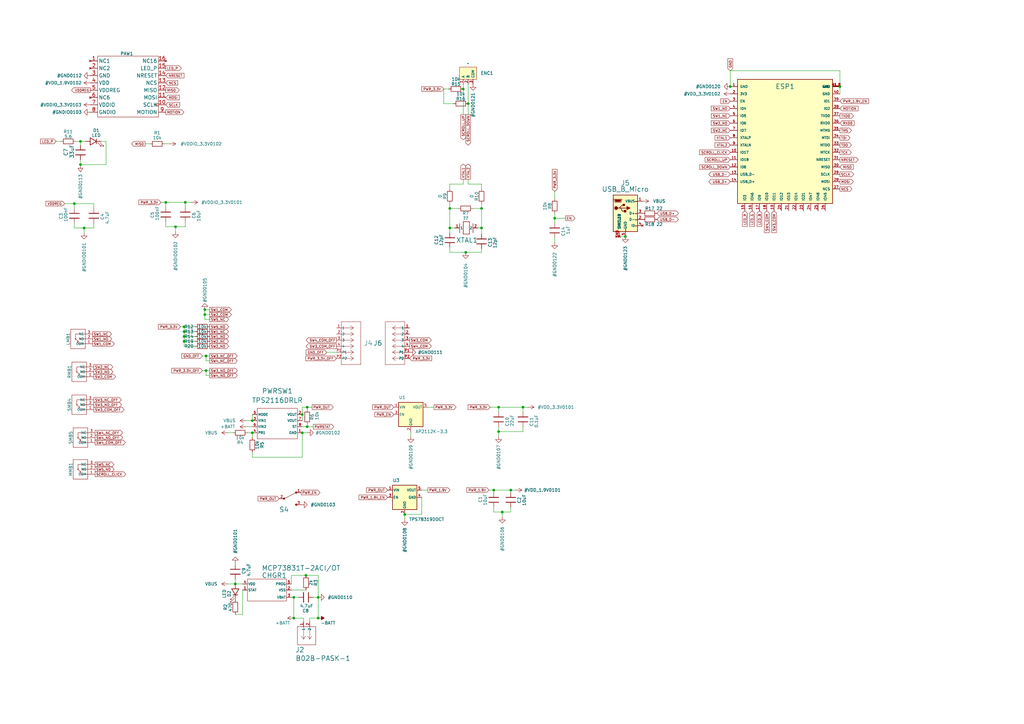
<source format=kicad_sch>
(kicad_sch (version 20230121) (generator eeschema)
  (paper "A3")
  (lib_symbols
    (symbol "+1.9V_1" (power) (pin_names (offset 0))
      (property "Reference" "#VDD_3.3V" (at 0 7.62 90))
      (symbol "+1.9V_1_1_1"
        (pin power_in line (at 0 0 90) (length 0) hide (name "+3.3V") (number "1"))
      )
    )
    (symbol "+1.9V_2" (power) (pin_names (offset 0))
      (property "Reference" "#VDD_3.3V" (at 0 7.62 90))
      (symbol "+1.9V_2_1_1"
        (pin power_in line (at 0 0 90) (length 0) hide (name "+3.3V") (number "1"))
      )
    )
    (symbol "AP2112K-3.3_1" (pin_names (offset 0.254))
      (property "Reference" "U3" (at 1.5 2 0))
      (property "Value" "TPS78319DDCT" (at 16.5 -12 0))
      (symbol "AP2112K-3.3_1_1_1"
        (pin power_in line (at -2 -2 0) (length 2) (name "VIN") (number "1"))
        (pin power_in line (at 5 -12 90) (length 2) (name "GND") (number "2"))
        (pin input line (at -2 -5 0) (length 2) (name "EN") (number "3"))
        (pin power_in line (at 12 -5 180) (length 2) (name "GND") (number "4"))
        (pin power_out line (at 12 -2 180) (length 2) (name "VOUT") (number "5"))
      )
    )
    (symbol "Connector:USB_B_Micro" (pin_names (offset 1.016))
      (property "Reference" "J5" (at 0 12.45 0))
      (property "Value" "USB_B_Micro" (at 0 9.91 0))
      (symbol "USB_B_Micro_1_0"
        (pin passive line (at -2.5 -9.5 90) (length 2) (name "SHIELD1") (number "SH1"))
        (pin passive line (at -2.5 -9.5 90) (length 2) (name "SHIELD2") (number "SH2"))
        (pin no_connect line (at -2.5 -9.5 90) (length 2) (name "SHIELD3") (number "SH3"))
        (pin passive line (at -2.5 -9.5 90) (length 2) (name "SHIELD4") (number "SH4"))
        (pin passive line (at -2.5 -9.5 90) (length 2) (name "SHIELD5") (number "SH5"))
        (pin no_connect line (at -2.5 -9.5 90) (length 2) (name "SHIELD6") (number "SH6"))
      )
      (symbol "USB_B_Micro_1_1"
        (pin power_out line (at 7 5 180) (length 2) (name "VBUS") (number "1"))
        (pin bidirectional line (at 7 -2.5 180) (length 2) (name "D-") (number "2"))
        (pin bidirectional line (at 7 0 180) (length 2) (name "D+") (number "3"))
        (pin no_connect line (at 7 -5 180) (length 2) (name "ID") (number "4"))
        (pin power_out line (at 0 -9.5 90) (length 2) (name "GND") (number "5"))
      )
    )
    (symbol "ESP32-S3-WROOM-1U:ESP32-S3-WROOM-1U" (pin_names (offset 1))
      (property "Reference" "U" (at -19 31 0))
      (symbol "ESP32-S3-WROOM-1U_1_0"
        (pin power_in line (at -22.5 27.5 0) (length 3) (name "GND") (number "1"))
        (pin bidirectional line (at -22.5 0.5 0) (length 3) (name "IO17") (number "10"))
        (pin bidirectional line (at -22.5 -2.5 0) (length 3) (name "IO18") (number "11"))
        (pin bidirectional line (at -22.5 -5.5 0) (length 3) (name "IO8") (number "12"))
        (pin bidirectional line (at -22.5 -8.5 0) (length 3) (name "USB_D-") (number "13"))
        (pin bidirectional line (at -22.5 -11.5 0) (length 3) (name "USB_D+") (number "14"))
        (pin bidirectional line (at -16.5 -23.5 90) (length 3) (name "IO3") (number "15"))
        (pin bidirectional line (at -13.5 -23.5 90) (length 3) (name "IO46") (number "16"))
        (pin bidirectional line (at -10.5 -23.5 90) (length 3) (name "IO9") (number "17"))
        (pin bidirectional line (at -7.5 -23.5 90) (length 3) (name "IO10") (number "18"))
        (pin bidirectional line (at -4.5 -23.5 90) (length 3) (name "IO11") (number "19"))
        (pin power_in line (at -22.5 24.5 0) (length 3) (name "3V3") (number "2"))
        (pin bidirectional line (at -1.5 -23.5 90) (length 3) (name "IO12") (number "20"))
        (pin bidirectional line (at 1.5 -23.5 90) (length 3) (name "IO13") (number "21"))
        (pin bidirectional line (at 4.5 -23.5 90) (length 3) (name "IO14") (number "22"))
        (pin bidirectional line (at 7.5 -23.5 90) (length 3) (name "IO21") (number "23"))
        (pin bidirectional line (at 10.5 -23.5 90) (length 3) (name "IO47") (number "24"))
        (pin bidirectional line (at 13.5 -23.5 90) (length 3) (name "IO48") (number "25"))
        (pin bidirectional line (at 16.5 -23.5 90) (length 3) (name "IO45") (number "26"))
        (pin bidirectional line (at 22.5 -14.5 180) (length 3) (name "NCS") (number "27"))
        (pin bidirectional line (at 22.5 -11.5 180) (length 3) (name "MOSI") (number "28"))
        (pin bidirectional line (at 22.5 -8.5 180) (length 3) (name "SCLK") (number "29"))
        (pin input line (at -22.5 21.5 0) (length 3) (name "EN") (number "3"))
        (pin bidirectional line (at 22.5 -5.5 180) (length 3) (name "MISO") (number "30"))
        (pin bidirectional line (at 22.5 -2.5 180) (length 3) (name "NRESET") (number "31"))
        (pin bidirectional line (at 22.5 0.5 180) (length 3) (name "MTCK") (number "32"))
        (pin bidirectional line (at 22.5 3.5 180) (length 3) (name "MTDO") (number "33"))
        (pin bidirectional line (at 22.5 6.5 180) (length 3) (name "MTDI") (number "34"))
        (pin bidirectional line (at 22.5 9.5 180) (length 3) (name "MTMS") (number "35"))
        (pin bidirectional line (at 22.5 12.5 180) (length 3) (name "RXD0") (number "36"))
        (pin bidirectional line (at 22.5 15.5 180) (length 3) (name "TXD0") (number "37"))
        (pin bidirectional line (at 22.5 18.5 180) (length 3) (name "IO2") (number "38"))
        (pin bidirectional line (at 22.5 21.5 180) (length 3) (name "IO1") (number "39"))
        (pin bidirectional line (at -22.5 18.5 0) (length 3) (name "IO4") (number "4"))
        (pin power_in line (at 22.5 24.5 180) (length 3) (name "GND") (number "40"))
        (pin power_in line (at 22.5 27.5 180) (length 3) (name "GND") (number "41_1"))
        (pin power_in line (at 22.5 27.5 180) (length 3) (name "GND") (number "41_2"))
        (pin power_in line (at 22.5 27.5 180) (length 3) (name "GND") (number "41_3"))
        (pin power_in line (at 22.5 27.5 180) (length 3) (name "GND") (number "41_4"))
        (pin power_in line (at 22.5 27.5 180) (length 3) (name "GND") (number "41_5"))
        (pin power_in line (at 22.5 27.5 180) (length 3) (name "GND") (number "41_6"))
        (pin power_in line (at 22.5 27.5 180) (length 3) (name "GND") (number "41_7"))
        (pin power_in line (at 22.5 27.5 180) (length 3) (name "GND") (number "41_8"))
        (pin power_in line (at 22.5 27.5 180) (length 3) (name "GND") (number "41_9"))
        (pin bidirectional line (at -22.5 15.5 0) (length 3) (name "IO5") (number "5"))
        (pin bidirectional line (at -22.5 12.5 0) (length 3) (name "IO6") (number "6"))
        (pin bidirectional line (at -22.5 9.5 0) (length 3) (name "IO7") (number "7"))
        (pin bidirectional line (at -22.5 6.5 0) (length 3) (name "XTALP") (number "8"))
        (pin bidirectional line (at -22.5 3.5 0) (length 3) (name "XTALN") (number "9"))
      )
    )
    (symbol "GND:GND" (power) (pin_names (offset 0))
      (property "Reference" "GND" (at 0 -5.5 90))
      (symbol "GND_1_1"
        (pin power_in line (at 0 0 270) (length 0) hide (name "GND") (number "1"))
      )
    )
    (symbol "LED_small:LED" (pin_numbers hide) (pin_names (offset 1.016) hide)
      (property "Reference" "D1" (at 0 4.5 0))
      (property "Value" "LED" (at 0 2.5 0))
      (symbol "LED_1_1"
        (pin passive line (at -2 0 0) (length 2) (name "K") (number "1"))
        (pin passive line (at 4.5 0 180) (length 2) (name "A") (number "2"))
      )
    )
    (symbol "MCP73831T_2ACI_OT:MCP73831T-2ACI_OT" (pin_names (offset 0.254))
      (property "Reference" "CHGR1" (at 11 1.5 0))
      (property "Value" "MCP73831T-2ACI/OT" (at 0.5 -12 0))
      (symbol "MCP73831T-2ACI_OT_1_1"
        (pin unspecified line (at -2 -4.5 0) (length 2) (name "STAT") (number "1"))
        (pin unspecified line (at 18 -4.5 180) (length 2) (name "VSS") (number "2"))
        (pin unspecified line (at 18 -7.5 180) (length 2) (name "VBAT") (number "3"))
        (pin unspecified line (at -2 -2 0) (length 2) (name "VDD") (number "4"))
        (pin unspecified line (at 18 -2 180) (length 2) (name "PROG") (number "5"))
      )
    )
    (symbol "RT3215_32_768_12_5_TR:RT3215-32.768-12.5-TR" (pin_names (offset 0.254))
      (property "Reference" "XTAL" (at 5 -5 0))
      (symbol "RT3215-32.768-12.5-TR_1_1"
        (pin unspecified line (at 0 0 0) (length 2) (name "1") (number "1"))
        (pin unspecified line (at 9.5 0 180) (length 2) (name "2") (number "2"))
      )
      (symbol "RT3215-32.768-12.5-TR_1_2"
        (pin unspecified line (at -0.5 0 90) (length 2.54) (name "1") (number "1"))
        (pin unspecified line (at -0.5 10.16 270) (length 2.54) (name "2") (number "2"))
      )
    )
    (symbol "TPS2116DRLR:TPS2116DRLR" (pin_names (offset 0.254))
      (property "Reference" "PWRSW1" (at 8.25 6.87 0))
      (property "Value" "TPS2116DRLR" (at 8.25 3.06 0))
      (symbol "TPS2116DRLR_1_1"
        (pin power_in line (at 18.5 -10 180) (length 2) (name "GND") (number "1"))
        (pin unspecified line (at 18.5 -2.5 180) (length 2) (name "VOUT") (number "2"))
        (pin power_in line (at -2 -5 0) (length 2) (name "VIN1") (number "3"))
        (pin input line (at -2 -10 0) (length 2) (name "PR1") (number "4"))
        (pin input line (at -2 -2.5 0) (length 2) (name "MODE") (number "5"))
        (pin power_in line (at -2 -7.5 0) (length 2) (name "VIN2") (number "6"))
        (pin unspecified line (at 18.5 -5 180) (length 2) (name "VOUT") (number "7"))
        (pin output line (at 18.5 -7.5 180) (length 2) (name "ST") (number "8"))
      )
    )
    (symbol "TTC_GOLD_ENCODER:TTC_GOLD_ENCODER"
      (property "Reference" "ENC" (at 0 0 0))
      (symbol "TTC_GOLD_ENCODER_1_1"
        (pin output line (at -2 -8.5 90) (length 2) (name "A") (number "1"))
        (pin output line (at 0 -8.5 90) (length 2) (name "B") (number "2"))
        (pin input line (at 2 -8.5 90) (length 2) (name "COM") (number "3"))
      )
    )
    (symbol "ap2112k_3v3:AP2112K-3.3" (pin_names (offset 0.254))
      (property "Reference" "U1" (at 5 5.23 0))
      (property "Value" "AP2112K-3.3" (at 5 2.69 0))
      (symbol "AP2112K-3.3_1_1"
        (pin power_in line (at -2 -2 0) (length 2) (name "VIN") (number "1"))
        (pin power_in line (at 5 -12 90) (length 2) (name "GND") (number "2"))
        (pin input line (at -2 -5 0) (length 2) (name "EN") (number "3"))
        (pin no_connect line (at 12 -5 180) (length 2) hide (name "NC") (number "4"))
        (pin power_out line (at 12 -2 180) (length 2) (name "VOUT") (number "5"))
      )
    )
    (symbol "c_small:C_Small" (pin_numbers hide) (pin_names (offset 0.254) hide)
      (property "Reference" "C?" (at 1 6 0))
      (property "Value" "?" (at 2 3.5 0))
      (symbol "C_Small_1_1"
        (pin passive line (at 6 0 180) (length 2) (name "~") (number "1"))
        (pin passive line (at 0 0 0) (length 2) (name "~") (number "2"))
      )
    )
    (symbol "conn_bat:B02B-PASK-1" (pin_names (offset 0.5))
      (property "Reference" "J" (at 3 4 0))
      (property "Value" "B02B-PASK-1" (at 13 -7 0))
      (symbol "B02B-PASK-1_1_1"
        (pin unspecified line (at 0 0 0) (length 2) (name "1") (number "1"))
        (pin unspecified line (at 0 -2.5 0) (length 2) (name "2") (number "2"))
      )
      (symbol "B02B-PASK-1_1_2"
        (pin unspecified line (at -3 0 0) (length 5.08) (name "1") (number "1"))
        (pin unspecified line (at -3 -2.54 0) (length 5.08) (name "2") (number "2"))
      )
    )
    (symbol "eg1218:EG1218" (pin_names (offset 0))
      (property "Reference" "S1" (at 0 -4.5 0))
      (symbol "EG1218_1_1"
        (pin passive line (at 7 2.5 180) (length 2) (name "~") (number "1"))
        (pin passive line (at -2 0 0) (length 2) (name "~") (number "2"))
        (pin passive line (at 7 -2.5 180) (length 2) (name "~") (number "3"))
      )
    )
    (symbol "molex_4pin:5051100492" (pin_names (offset 0.254))
      (property "Reference" "J" (at 5.89 6.35 0))
      (symbol "5051100492_1_1"
        (pin unspecified line (at 0 0 0) (length 2) (name "1") (number "1"))
        (pin unspecified line (at 0 -2.5 0) (length 2) (name "2") (number "2"))
        (pin unspecified line (at 0 -5 0) (length 2) (name "3") (number "3"))
        (pin unspecified line (at 0 -7.5 0) (length 2) (name "4") (number "4"))
        (pin unspecified line (at 0 -10 0) (length 2) (name "P1") (number "P1"))
        (pin unspecified line (at 0 -12.5 0) (length 2) (name "P2") (number "P2"))
      )
      (symbol "5051100492_1_2"
        (pin unspecified line (at -3 0 0) (length 5.08) (name "1") (number "1"))
        (pin unspecified line (at -3 -2.54 0) (length 5.08) (name "2") (number "2"))
        (pin unspecified line (at -3 -5.08 0) (length 5.08) (name "3") (number "3"))
        (pin unspecified line (at -3 -7.62 0) (length 5.08) (name "4") (number "4"))
        (pin unspecified line (at -3 -10.16 0) (length 5.08) (name "P1") (number "P1"))
        (pin unspecified line (at -3 -12.7 0) (length 5.08) (name "P2") (number "P2"))
      )
    )
    (symbol "power:+3.3V" (power) (pin_names (offset 0))
      (property "Value" "+3.3V" (at 0 3.556 0))
      (symbol "+3.3V_1_1"
        (pin power_in line (at 0 0 90) (length 0) hide (name "+3.3V") (number "1"))
      )
    )
    (symbol "power:+BATT" (power) (pin_names (offset 0))
      (property "Value" "+BATT" (at 0 3.556 0))
      (symbol "+BATT_1_1"
        (pin power_in line (at 0 0 90) (length 0) hide (name "+BATT") (number "1"))
      )
    )
    (symbol "power:-BATT" (power) (pin_names (offset 0))
      (property "Value" "-BATT" (at 0 3.556 0))
      (symbol "-BATT_1_1"
        (pin power_in line (at 0 0 90) (length 0) hide (name "-BATT") (number "1"))
      )
    )
    (symbol "power:GND" (power) (pin_names (offset 0))
      (property "Value" "GND" (at 0 -3.81 0))
      (symbol "GND_1_1"
        (pin power_in line (at 0 0 270) (length 0) hide (name "GND") (number "1"))
      )
    )
    (symbol "power:GND1" (power) (pin_names (offset 0))
      (property "Value" "GND1" (at 0 -3.81 0))
      (symbol "GND1_1_1"
        (pin power_in line (at 0 0 270) (length 0) hide (name "GND1") (number "1"))
      )
    )
    (symbol "power:VBUS" (power) (pin_names (offset 0))
      (property "Value" "VBUS" (at 0 3.81 0))
      (symbol "VBUS_1_1"
        (pin power_in line (at 0 0 90) (length 0) hide (name "VBUS") (number "1"))
      )
    )
    (symbol "power_1.9V:+1.9V" (power) (pin_names (offset 0))
      (property "Value" "+1.9V" (at 0 5.08 0))
      (symbol "+1.9V_1_1"
        (pin power_in line (at 0 0 90) (length 0) hide (name "+1.9V") (number "1"))
      )
    )
    (symbol "r_small:R_Small" (pin_numbers hide) (pin_names (offset 0.254) hide)
      (property "Reference" "R" (at 4 0.04 90))
      (property "Value" "5.6" (at 2 0.04 90))
      (symbol "R_Small_1_1"
        (pin passive line (at 0 3 270) (length 1) (name "~") (number "1"))
        (pin passive line (at 0 -3 90) (length 1) (name "~") (number "2"))
      )
    )
    (symbol "sensor_paw3395:PAW3395" (pin_names (offset 0.5))
      (property "Reference" "PAW1" (at -13 1 0))
      (symbol "PAW3395_1_1"
        (pin no_connect line (at -28 -2 0) (length 3) (name "NC1") (number "1"))
        (pin input clock (at 3 -20 180) (length 3) (name "SCLK") (number "10"))
        (pin input line (at 3 -17 180) (length 3) (name "MOSI") (number "11"))
        (pin output line (at 3 -14 180) (length 3) (name "MISO") (number "12"))
        (pin input line (at 3 -11 180) (length 3) (name "NCS") (number "13"))
        (pin input line (at 3 -8 180) (length 3) (name "NRESET") (number "14"))
        (pin power_out line (at 3 -5 180) (length 3) (name "LED_P") (number "15"))
        (pin no_connect line (at 3 -2 180) (length 3) (name "NC16") (number "16"))
        (pin no_connect line (at -28 -5 0) (length 3) (name "NC2") (number "2"))
        (pin power_out line (at -28 -8 0) (length 3) (name "GND") (number "3"))
        (pin power_in line (at -28 -11 0) (length 3) (name "VDD") (number "4"))
        (pin power_in line (at -28 -14 0) (length 3) (name "VDDREG") (number "5"))
        (pin no_connect line (at -28 -17 0) (length 3) (name "NC6") (number "6"))
        (pin power_out line (at -28 -20 0) (length 3) (name "VDDIO") (number "7"))
        (pin power_in line (at -28 -23 0) (length 3) (name "GNDIO") (number "8"))
        (pin output line (at 3 -23 180) (length 3) (name "MOTION") (number "9"))
      )
    )
    (symbol "switch_kaihl:KaihlSw" (pin_names (offset 0.5))
      (property "Reference" "SW" (at 4 7 0))
      (symbol "KaihlSw_1_1"
        (pin output line (at 2 -3 90) (length 3) (name "COM") (number "1"))
        (pin power_in line (at 4 -3 90) (length 3) (name "NO") (number "2"))
        (pin power_out line (at 6 -3 90) (length 3) (name "NC") (number "3"))
      )
    )
  )
  (junction (at 191 103.5))
  (junction (at 125.5 236))
  (junction (at 202.5 201))
  (junction (at 184.5 85.5))
  (junction (at 72 93))
  (junction (at 103.5 172.5))
  (junction (at 75.5 140))
  (junction (at 84.5 152))
  (junction (at 33 67.5))
  (junction (at 184.5 93.5))
  (junction (at 166 211))
  (junction (at 299.5 35.5))
  (junction (at 84.5 146))
  (junction (at 30.5 83.5))
  (junction (at 192 42.5))
  (junction (at 75.5 136))
  (junction (at 96.5 239.5))
  (junction (at 197.5 93.5))
  (junction (at 204.5 167))
  (junction (at 68 83))
  (junction (at 75.5 138))
  (junction (at 76 83))
  (junction (at 120.5 253.5))
  (junction (at 256.5 97))
  (junction (at 84 129))
  (junction (at 126 175))
  (junction (at 103.5 177.5))
  (junction (at 84 127))
  (junction (at 130.5 245))
  (junction (at 344.5 35.5))
  (junction (at 190 36.5))
  (junction (at 209.5 201))
  (junction (at 204.5 177))
  (junction (at 124 170))
  (junction (at 197.5 85.5))
  (junction (at 130.5 253.5))
  (junction (at 124 177.5))
  (junction (at 34.5 93.5))
  (junction (at 126 167))
  (junction (at 206 210))
  (junction (at 120.5 245))
  (junction (at 214.5 167))
  (junction (at 227.5 89.5))
  (junction (at 75.5 134))
  (junction (at 33 58))
  (wire (pts (xy 95.5 177.5) (xy 93.5 177.5)))
  (wire (pts (xy 197.5 102) (xy 197.5 103.5)))
  (wire (pts (xy 124 187.5) (xy 124 177.5)))
  (wire (pts (xy 80 136) (xy 75.5 136)))
  (wire (pts (xy 126 167) (xy 126 168)))
  (wire (pts (xy 184.5 93.5) (xy 186.5 93.5)))
  (wire (pts (xy 202.5 210) (xy 206 210)))
  (wire (pts (xy 34.5 93.5) (xy 30.5 93.5)))
  (wire (pts (xy 211.5 201) (xy 209.5 201)))
  (wire (pts (xy 197.5 77.5) (xy 197.5 75.5)))
  (wire (pts (xy 124 170) (xy 124 172.5)))
  (wire (pts (xy 84.5 152) (xy 86 152)))
  (wire (pts (xy 184.5 103.5) (xy 191 103.5)))
  (wire (pts (xy 214.5 177) (xy 214.5 175)))
  (wire (pts (xy 103.5 187.5) (xy 103.5 185.5)))
  (wire (pts (xy 59.5 59) (xy 61.5 59)))
  (wire (pts (xy 190 34.5) (xy 190 36.5)))
  (wire (pts (xy 130.5 245) (xy 130.5 236)))
  (wire (pts (xy 72 93) (xy 76 93)))
  (wire (pts (xy 41.5 58) (xy 43.5 58)))
  (wire (pts (xy 173 211) (xy 166 211)))
  (wire (pts (xy 72 93) (xy 72 95)))
  (wire (pts (xy 197.5 85.5) (xy 197.5 93.5)))
  (wire (pts (xy 80 142) (xy 75.5 142)))
  (wire (pts (xy 202.5 202) (xy 202.5 201)))
  (wire (pts (xy 192 34.5) (xy 192 42.5)))
  (wire (pts (xy 184.5 85.5) (xy 188 85.5)))
  (wire (pts (xy 66 83) (xy 68 83)))
  (wire (pts (xy 119.5 245) (xy 120.5 245)))
  (wire (pts (xy 197.5 83.5) (xy 197.5 85.5)))
  (wire (pts (xy 43.5 58) (xy 43.5 67.5)))
  (wire (pts (xy 127 253.5) (xy 130.5 253.5)))
  (wire (pts (xy 86 131) (xy 84 131)))
  (wire (pts (xy 68 93) (xy 72 93)))
  (wire (pts (xy 173 201) (xy 175.5 201)))
  (wire (pts (xy 126 167) (xy 128 167)))
  (wire (pts (xy 78.5 83) (xy 76 83)))
  (wire (pts (xy 201 167) (xy 204.5 167)))
  (wire (pts (xy 184.5 77.5) (xy 184.5 75.5)))
  (wire (pts (xy 197.5 93.5) (xy 196 93.5)))
  (wire (pts (xy 96.5 252) (xy 99.5 252)))
  (wire (pts (xy 119.5 242) (xy 125.5 242)))
  (wire (pts (xy 67.5 59) (xy 69.5 59)))
  (wire (pts (xy 173 204) (xy 173 211)))
  (wire (pts (xy 75.5 134) (xy 74 134)))
  (wire (pts (xy 99.5 252) (xy 99.5 242)))
  (wire (pts (xy 86 154) (xy 84.5 154)))
  (wire (pts (xy 80 140) (xy 75.5 140)))
  (wire (pts (xy 204.5 177) (xy 204.5 175)))
  (wire (pts (xy 194 85.5) (xy 197.5 85.5)))
  (wire (pts (xy 103.5 170) (xy 103.5 172.5)))
  (wire (pts (xy 30.5 93.5) (xy 30.5 91.5)))
  (wire (pts (xy 209.5 202) (xy 209.5 201)))
  (wire (pts (xy 299.5 29) (xy 344.5 29)))
  (wire (pts (xy 30.5 85.5) (xy 30.5 83.5)))
  (wire (pts (xy 182 36.5) (xy 184 36.5)))
  (wire (pts (xy 68 83) (xy 68 85)))
  (wire (pts (xy 75.5 138) (xy 75.5 136)))
  (wire (pts (xy 184.5 83.5) (xy 184.5 85.5)))
  (wire (pts (xy 134 144.5) (xy 138 144.5)))
  (wire (pts (xy 202.5 201) (xy 200.5 201)))
  (wire (pts (xy 76 85) (xy 76 83)))
  (wire (pts (xy 209.5 201) (xy 202.5 201)))
  (wire (pts (xy 227.5 89.5) (xy 232 89.5)))
  (wire (pts (xy 120.5 253.5) (xy 124.5 253.5)))
  (wire (pts (xy 103.5 187.5) (xy 124 187.5)))
  (wire (pts (xy 184.5 101.5) (xy 184.5 103.5)))
  (wire (pts (xy 175.5 167) (xy 178 167)))
  (wire (pts (xy 204.5 177) (xy 204.5 179)))
  (wire (pts (xy 126 175) (xy 128.5 175)))
  (wire (pts (xy 119.5 236) (xy 125.5 236)))
  (wire (pts (xy 34.5 93.5) (xy 38.5 93.5)))
  (wire (pts (xy 125.5 236) (xy 130.5 236)))
  (wire (pts (xy 186 42.5) (xy 182 42.5)))
  (wire (pts (xy 84.5 154) (xy 84.5 152)))
  (wire (pts (xy 84 127) (xy 84 129)))
  (wire (pts (xy 204.5 167) (xy 204.5 169)))
  (wire (pts (xy 75.5 140) (xy 75.5 142)))
  (wire (pts (xy 124.5 253.5) (xy 124.5 255)))
  (wire (pts (xy 190 36.5) (xy 190 47)))
  (wire (pts (xy 75.5 138) (xy 75.5 140)))
  (wire (pts (xy 103.5 177.5) (xy 103.5 179.5)))
  (wire (pts (xy 209.5 210) (xy 209.5 208)))
  (wire (pts (xy 182 42.5) (xy 182 36.5)))
  (wire (pts (xy 86 148) (xy 84.5 148)))
  (wire (pts (xy 33 67.5) (xy 33 65.5)))
  (wire (pts (xy 101 172.5) (xy 103.5 172.5)))
  (wire (pts (xy 84.5 146) (xy 86 146)))
  (wire (pts (xy 84 129) (xy 84 131)))
  (wire (pts (xy 192 42.5) (xy 192 47)))
  (wire (pts (xy 84 129) (xy 86 129)))
  (wire (pts (xy 38.5 85.5) (xy 38.5 83.5)))
  (wire (pts (xy 204.5 177) (xy 214.5 177)))
  (wire (pts (xy 184.5 95.5) (xy 184.5 93.5)))
  (wire (pts (xy 80 138) (xy 75.5 138)))
  (wire (pts (xy 76 93) (xy 76 91)))
  (wire (pts (xy 83 146) (xy 84.5 146)))
  (wire (pts (xy 101 175) (xy 103.5 175)))
  (wire (pts (xy 83 152) (xy 84.5 152)))
  (wire (pts (xy 30.5 83.5) (xy 26.5 83.5)))
  (wire (pts (xy 33 58) (xy 35 58)))
  (wire (pts (xy 184.5 85.5) (xy 184.5 93.5)))
  (wire (pts (xy 119.5 239.5) (xy 119.5 236)))
  (wire (pts (xy 126 167) (xy 124 167)))
  (wire (pts (xy 34.5 95.5) (xy 34.5 93.5)))
  (wire (pts (xy 344.5 35.5) (xy 344.5 38.5)))
  (wire (pts (xy 299.5 35.5) (xy 299.5 29)))
  (wire (pts (xy 93.5 239.5) (xy 96.5 239.5)))
  (wire (pts (xy 197.5 96) (xy 197.5 93.5)))
  (wire (pts (xy 214.5 167) (xy 216.5 167)))
  (wire (pts (xy 254 97) (xy 256.5 97)))
  (wire (pts (xy 80 134) (xy 75.5 134)))
  (wire (pts (xy 127 253.5) (xy 127 255)))
  (wire (pts (xy 120.5 245) (xy 122.5 245)))
  (wire (pts (xy 190 75.5) (xy 190 73.5)))
  (wire (pts (xy 192 75.5) (xy 192 73.5)))
  (wire (pts (xy 75.5 134) (xy 75.5 136)))
  (wire (pts (xy 206 212) (xy 206 210)))
  (wire (pts (xy 126 174) (xy 126 175)))
  (wire (pts (xy 197.5 75.5) (xy 192 75.5)))
  (wire (pts (xy 84.5 148) (xy 84.5 146)))
  (wire (pts (xy 227.5 89.5) (xy 227.5 91.5)))
  (wire (pts (xy 206 210) (xy 209.5 210)))
  (wire (pts (xy 76 83) (xy 68 83)))
  (wire (pts (xy 96.5 239.5) (xy 99.5 239.5)))
  (wire (pts (xy 214.5 167) (xy 204.5 167)))
  (wire (pts (xy 43.5 67.5) (xy 33 67.5)))
  (wire (pts (xy 84 127) (xy 86 127)))
  (wire (pts (xy 38.5 83.5) (xy 30.5 83.5)))
  (wire (pts (xy 227.5 78.5) (xy 227.5 81.5)))
  (wire (pts (xy 227.5 87.5) (xy 227.5 89.5)))
  (wire (pts (xy 166 211) (xy 166 213)))
  (wire (pts (xy 101.5 177.5) (xy 103.5 177.5)))
  (wire (pts (xy 344.5 29) (xy 344.5 35.5)))
  (wire (pts (xy 33 58) (xy 33 59.5)))
  (wire (pts (xy 124 175) (xy 126 175)))
  (wire (pts (xy 23 58) (xy 25 58)))
  (wire (pts (xy 184.5 75.5) (xy 190 75.5)))
  (wire (pts (xy 124 167) (xy 124 170)))
  (wire (pts (xy 130.5 245) (xy 130.5 253.5)))
  (wire (pts (xy 197.5 103.5) (xy 191 103.5)))
  (wire (pts (xy 38.5 93.5) (xy 38.5 91.5)))
  (wire (pts (xy 202.5 210) (xy 202.5 208)))
  (wire (pts (xy 227.5 97.5) (xy 227.5 99.5)))
  (wire (pts (xy 168.5 177) (xy 168.5 179)))
  (wire (pts (xy 128.5 245) (xy 130.5 245)))
  (wire (pts (xy 96.5 231) (xy 96.5 231.5)))
  (wire (pts (xy 96.5 239.5) (xy 96.5 237.5)))
  (wire (pts (xy 68 93) (xy 68 91)))
  (wire (pts (xy 120.5 245) (xy 120.5 253.5)))
  (wire (pts (xy 126 177.5) (xy 124 177.5)))
  (wire (pts (xy 31 58) (xy 33 58)))
  (wire (pts (xy 214.5 169) (xy 214.5 167)))
  (global_label "PWR_3.3V_OFF" (shape input) (at 83 152 180) (effects (font (size 1 1))) (property "Intersheetrefs" "${INTERSHEET_REFS}" (effects hide)))
  (global_label "SW5_NO" (shape output) (at 86 134 0) (effects (font (size 1 1))) (property "Intersheetrefs" "${INTERSHEET_REFS}" (effects hide)))
  (global_label "GND" (shape input) (at 299.5 29 90) (effects (font (size 1 1))) (property "Intersheetrefs" "${INTERSHEET_REFS}" (effects hide)))
  (global_label "SW5_NC" (shape output) (at 86 131 0) (effects (font (size 1 1))) (property "Intersheetrefs" "${INTERSHEET_REFS}" (effects hide)))
  (global_label "NRESET" (shape output) (at 344.5 65.5 0) (effects (font (size 1 1))) (property "Intersheetrefs" "${INTERSHEET_REFS}" (effects hide)))
  (global_label "SW2_COM" (shape output) (at 38.5 154.5 0) (effects (font (size 1 1))) (property "Intersheetrefs" "${INTERSHEET_REFS}" (effects hide)))
  (global_label "PWR_EN" (shape input) (at 161.5 170 180) (effects (font (size 1 1))) (property "Intersheetrefs" "${INTERSHEET_REFS}" (effects hide)))
  (global_label "MOTION" (shape input) (at 344.5 44.5 0) (effects (font (size 1 1))) (property "Intersheetrefs" "${INTERSHEET_REFS}" (effects hide)))
  (global_label "RXD0" (shape input) (at 344.5 50.5 0) (effects (font (size 1 1))) (property "Intersheetrefs" "${INTERSHEET_REFS}" (effects hide)))
  (global_label "SCLK" (shape input) (at 68 43 0) (effects (font (size 1 1))) (property "Intersheetrefs" "${INTERSHEET_REFS}" (effects hide)))
  (global_label "VDDREG" (shape input) (at 26.5 83.5 180) (effects (font (size 1 1))) (property "Intersheetrefs" "${INTERSHEET_REFS}" (effects hide)))
  (global_label "SCROLL_UP" (shape input) (at 299.5 65.5 180) (effects (font (size 1 1))) (property "Intersheetrefs" "${INTERSHEET_REFS}" (effects hide)))
  (global_label "GND_OFF" (shape input) (at 134 144.5 180) (effects (font (size 1 1))) (property "Intersheetrefs" "${INTERSHEET_REFS}" (effects hide)))
  (global_label "SW3_NC_OFF" (shape output) (at 86 146 0) (effects (font (size 1 1))) (property "Intersheetrefs" "${INTERSHEET_REFS}" (effects hide)))
  (global_label "TCK" (shape output) (at 344.5 62.5 0) (effects (font (size 1 1))) (property "Intersheetrefs" "${INTERSHEET_REFS}" (effects hide)))
  (global_label "MOSI" (shape output) (at 344.5 74.5 0) (effects (font (size 1 1))) (property "Intersheetrefs" "${INTERSHEET_REFS}" (effects hide)))
  (global_label "LED_B" (shape input) (at 311.5 86.5 270) (effects (font (size 1 1))) (property "Intersheetrefs" "${INTERSHEET_REFS}" (effects hide)))
  (global_label "SW3_NO_OFF" (shape output) (at 86 152 0) (effects (font (size 1 1))) (property "Intersheetrefs" "${INTERSHEET_REFS}" (effects hide)))
  (global_label "LED_R" (shape input) (at 305.5 86.5 270) (effects (font (size 1 1))) (property "Intersheetrefs" "${INTERSHEET_REFS}" (effects hide)))
  (global_label "LED_G" (shape input) (at 308.5 86.5 270) (effects (font (size 1 1))) (property "Intersheetrefs" "${INTERSHEET_REFS}" (effects hide)))
  (global_label "SW3_NO_OFF" (shape output) (at 38.5 166 0) (effects (font (size 1 1))) (property "Intersheetrefs" "${INTERSHEET_REFS}" (effects hide)))
  (global_label "SW2_NO" (shape input) (at 299.5 50.5 180) (effects (font (size 1 1))) (property "Intersheetrefs" "${INTERSHEET_REFS}" (effects hide)))
  (global_label "SCROLL_CLICK" (shape output) (at 39 194.5 0) (effects (font (size 1 1))) (property "Intersheetrefs" "${INTERSHEET_REFS}" (effects hide)))
  (global_label "SW4_COM" (shape output) (at 168 142 0) (effects (font (size 1 1))) (property "Intersheetrefs" "${INTERSHEET_REFS}" (effects hide)))
  (global_label "SW1_COM" (shape output) (at 86 127 0) (effects (font (size 1 1))) (property "Intersheetrefs" "${INTERSHEET_REFS}" (effects hide)))
  (global_label "PWR_1.9V_EN" (shape input) (at 344.5 41.5 0) (effects (font (size 1 1))) (property "Intersheetrefs" "${INTERSHEET_REFS}" (effects hide)))
  (global_label "SW5_NC" (shape output) (at 39 190.5 0) (effects (font (size 1 1))) (property "Intersheetrefs" "${INTERSHEET_REFS}" (effects hide)))
  (global_label "NCS" (shape input) (at 68 34 0) (effects (font (size 1 1))) (property "Intersheetrefs" "${INTERSHEET_REFS}" (effects hide)))
  (global_label "SW2_COM" (shape output) (at 86 129 0) (effects (font (size 1 1))) (property "Intersheetrefs" "${INTERSHEET_REFS}" (effects hide)))
  (global_label "PWR_OUT" (shape input) (at 161.5 167 180) (effects (font (size 1 1))) (property "Intersheetrefs" "${INTERSHEET_REFS}" (effects hide)))
  (global_label "PWR_3.3V" (shape input) (at 74 134 180) (effects (font (size 1 1))) (property "Intersheetrefs" "${INTERSHEET_REFS}" (effects hide)))
  (global_label "PWR_3.3V" (shape output) (at 178 167 0) (effects (font (size 1 1))) (property "Intersheetrefs" "${INTERSHEET_REFS}" (effects hide)))
  (global_label "MOTION" (shape output) (at 68 46 0) (effects (font (size 1 1))) (property "Intersheetrefs" "${INTERSHEET_REFS}" (effects hide)))
  (global_label "TXD0" (shape output) (at 344.5 47.5 0) (effects (font (size 1 1))) (property "Intersheetrefs" "${INTERSHEET_REFS}" (effects hide)))
  (global_label "USB_D-" (shape bidirectional) (at 299.5 71.5 180) (effects (font (size 1 1))) (property "Intersheetrefs" "${INTERSHEET_REFS}" (effects hide)))
  (global_label "SW3_COM_OFF" (shape output) (at 138 142 180) (effects (font (size 1 1))) (property "Intersheetrefs" "${INTERSHEET_REFS}" (effects hide)))
  (global_label "PWR_1.9V" (shape input) (at 200.5 201 180) (effects (font (size 1 1))) (property "Intersheetrefs" "${INTERSHEET_REFS}" (effects hide)))
  (global_label "MISO" (shape output) (at 59.5 59 180) (effects (font (size 1 1))) (property "Intersheetrefs" "${INTERSHEET_REFS}" (effects hide)))
  (global_label "SW4_NC_OFF" (shape output) (at 86 148 0) (effects (font (size 1 1))) (property "Intersheetrefs" "${INTERSHEET_REFS}" (effects hide)))
  (global_label "NRESET" (shape input) (at 68 31 0) (effects (font (size 1 1))) (property "Intersheetrefs" "${INTERSHEET_REFS}" (effects hide)))
  (global_label "PWR_EN" (shape output) (at 123.5 202 0) (effects (font (size 1 1))) (property "Intersheetrefs" "${INTERSHEET_REFS}" (effects hide)))
  (global_label "XTAL1" (shape input) (at 299.5 56.5 180) (effects (font (size 1 1))) (property "Intersheetrefs" "${INTERSHEET_REFS}" (effects hide)))
  (global_label "SW4_COM" (shape input) (at 314.5 86.5 270) (effects (font (size 1 1))) (property "Intersheetrefs" "${INTERSHEET_REFS}" (effects hide)))
  (global_label "SW2_NO" (shape output) (at 38.5 152.5 0) (effects (font (size 1 1))) (property "Intersheetrefs" "${INTERSHEET_REFS}" (effects hide)))
  (global_label "LED_P" (shape input) (at 23 58 180) (effects (font (size 1 1))) (property "Intersheetrefs" "${INTERSHEET_REFS}" (effects hide)))
  (global_label "SW3_COM_OFF" (shape output) (at 38.5 168 0) (effects (font (size 1 1))) (property "Intersheetrefs" "${INTERSHEET_REFS}" (effects hide)))
  (global_label "PWR_OUT" (shape input) (at 114.5 204.5 180) (effects (font (size 1 1))) (property "Intersheetrefs" "${INTERSHEET_REFS}" (effects hide)))
  (global_label "EN" (shape output) (at 232 89.5 0) (effects (font (size 1 1))) (property "Intersheetrefs" "${INTERSHEET_REFS}" (effects hide)))
  (global_label "SCLK" (shape output) (at 344.5 71.5 0) (effects (font (size 1 1))) (property "Intersheetrefs" "${INTERSHEET_REFS}" (effects hide)))
  (global_label "SW3_COM" (shape output) (at 168 139.5 0) (effects (font (size 1 1))) (property "Intersheetrefs" "${INTERSHEET_REFS}" (effects hide)))
  (global_label "PWR_3.3V" (shape input) (at 201 167 180) (effects (font (size 1 1))) (property "Intersheetrefs" "${INTERSHEET_REFS}" (effects hide)))
  (global_label "PWR_3.3V" (shape input) (at 227.5 78.5 90) (effects (font (size 1 1))) (property "Intersheetrefs" "${INTERSHEET_REFS}" (effects hide)))
  (global_label "SCROLL_DOWN" (shape input) (at 299.5 68.5 180) (effects (font (size 1 1))) (property "Intersheetrefs" "${INTERSHEET_REFS}" (effects hide)))
  (global_label "SW1_NC" (shape output) (at 86 136 0) (effects (font (size 1 1))) (property "Intersheetrefs" "${INTERSHEET_REFS}" (effects hide)))
  (global_label "SW5_NO" (shape output) (at 39 192.5 0) (effects (font (size 1 1))) (property "Intersheetrefs" "${INTERSHEET_REFS}" (effects hide)))
  (global_label "SW2_NC" (shape output) (at 38.5 150.5 0) (effects (font (size 1 1))) (property "Intersheetrefs" "${INTERSHEET_REFS}" (effects hide)))
  (global_label "USB_D+" (shape bidirectional) (at 269.5 87.5 0) (effects (font (size 1 1))) (property "Intersheetrefs" "${INTERSHEET_REFS}" (effects hide)))
  (global_label "SCROLL_UP" (shape output) (at 190 47 270) (effects (font (size 1 1))) (property "Intersheetrefs" "${INTERSHEET_REFS}" (effects hide)))
  (global_label "MISO" (shape output) (at 68 37 0) (effects (font (size 1 1))) (property "Intersheetrefs" "${INTERSHEET_REFS}" (effects hide)))
  (global_label "USB_D-" (shape bidirectional) (at 269.5 90 0) (effects (font (size 1 1))) (property "Intersheetrefs" "${INTERSHEET_REFS}" (effects hide)))
  (global_label "TDO" (shape output) (at 344.5 59.5 0) (effects (font (size 1 1))) (property "Intersheetrefs" "${INTERSHEET_REFS}" (effects hide)))
  (global_label "SW2_NC" (shape output) (at 86 140 0) (effects (font (size 1 1))) (property "Intersheetrefs" "${INTERSHEET_REFS}" (effects hide)))
  (global_label "PWR_3.3V" (shape input) (at 168 147 0) (effects (font (size 1 1))) (property "Intersheetrefs" "${INTERSHEET_REFS}" (effects hide)))
  (global_label "NCS" (shape output) (at 344.5 77.5 0) (effects (font (size 1 1))) (property "Intersheetrefs" "${INTERSHEET_REFS}" (effects hide)))
  (global_label "TDI" (shape output) (at 344.5 56.5 0) (effects (font (size 1 1))) (property "Intersheetrefs" "${INTERSHEET_REFS}" (effects hide)))
  (global_label "TMS" (shape output) (at 344.5 53.5 0) (effects (font (size 1 1))) (property "Intersheetrefs" "${INTERSHEET_REFS}" (effects hide)))
  (global_label "SCROLL_DOWN" (shape output) (at 192 47 270) (effects (font (size 1 1))) (property "Intersheetrefs" "${INTERSHEET_REFS}" (effects hide)))
  (global_label "PWR_OUT" (shape output) (at 128 167 0) (effects (font (size 1 1))) (property "Intersheetrefs" "${INTERSHEET_REFS}" (effects hide)))
  (global_label "GND_OFF" (shape input) (at 83 146 180) (effects (font (size 1 1))) (property "Intersheetrefs" "${INTERSHEET_REFS}" (effects hide)))
  (global_label "SW1_NO" (shape output) (at 38 139 0) (effects (font (size 1 1))) (property "Intersheetrefs" "${INTERSHEET_REFS}" (effects hide)))
  (global_label "SW1_NO" (shape output) (at 86 138 0) (effects (font (size 1 1))) (property "Intersheetrefs" "${INTERSHEET_REFS}" (effects hide)))
  (global_label "XTAL2" (shape output) (at 192 73.5 90) (effects (font (size 1 1))) (property "Intersheetrefs" "${INTERSHEET_REFS}" (effects hide)))
  (global_label "MISO" (shape input) (at 344.5 68.5 0) (effects (font (size 1 1))) (property "Intersheetrefs" "${INTERSHEET_REFS}" (effects hide)))
  (global_label "SW4_NO_OFF" (shape output) (at 39 179.5 0) (effects (font (size 1 1))) (property "Intersheetrefs" "${INTERSHEET_REFS}" (effects hide)))
  (global_label "SW1_COM" (shape output) (at 38 141 0) (effects (font (size 1 1))) (property "Intersheetrefs" "${INTERSHEET_REFS}" (effects hide)))
  (global_label "EN" (shape input) (at 299.5 41.5 180) (effects (font (size 1 1))) (property "Intersheetrefs" "${INTERSHEET_REFS}" (effects hide)))
  (global_label "SW1_NC" (shape output) (at 38 137 0) (effects (font (size 1 1))) (property "Intersheetrefs" "${INTERSHEET_REFS}" (effects hide)))
  (global_label "XTAL1" (shape output) (at 190 73.5 90) (effects (font (size 1 1))) (property "Intersheetrefs" "${INTERSHEET_REFS}" (effects hide)))
  (global_label "LED_P" (shape output) (at 68 28 0) (effects (font (size 1 1))) (property "Intersheetrefs" "${INTERSHEET_REFS}" (effects hide)))
  (global_label "SW4_NO_OFF" (shape output) (at 86 154 0) (effects (font (size 1 1))) (property "Intersheetrefs" "${INTERSHEET_REFS}" (effects hide)))
  (global_label "PWR_3.3V" (shape input) (at 66 83 180) (effects (font (size 1 1))) (property "Intersheetrefs" "${INTERSHEET_REFS}" (effects hide)))
  (global_label "SW4_COM_OFF" (shape output) (at 138 139.5 180) (effects (font (size 1 1))) (property "Intersheetrefs" "${INTERSHEET_REFS}" (effects hide)))
  (global_label "SW4_COM_OFF" (shape output) (at 39 181.5 0) (effects (font (size 1 1))) (property "Intersheetrefs" "${INTERSHEET_REFS}" (effects hide)))
  (global_label "SW1_NO" (shape input) (at 299.5 44.5 180) (effects (font (size 1 1))) (property "Intersheetrefs" "${INTERSHEET_REFS}" (effects hide)))
  (global_label "PWR_1.9V" (shape output) (at 175.5 201 0) (effects (font (size 1 1))) (property "Intersheetrefs" "${INTERSHEET_REFS}" (effects hide)))
  (global_label "PWRSTAT" (shape output) (at 128.5 175 0) (effects (font (size 1 1))) (property "Intersheetrefs" "${INTERSHEET_REFS}" (effects hide)))
  (global_label "SW3_COM" (shape input) (at 317.5 86.5 270) (effects (font (size 1 1))) (property "Intersheetrefs" "${INTERSHEET_REFS}" (effects hide)))
  (global_label "PWR_OUT" (shape input) (at 159 201 180) (effects (font (size 1 1))) (property "Intersheetrefs" "${INTERSHEET_REFS}" (effects hide)))
  (global_label "SW4_NC_OFF" (shape output) (at 39 177.5 0) (effects (font (size 1 1))) (property "Intersheetrefs" "${INTERSHEET_REFS}" (effects hide)))
  (global_label "VDDREG" (shape output) (at 37 37 180) (effects (font (size 1 1))) (property "Intersheetrefs" "${INTERSHEET_REFS}" (effects hide)))
  (global_label "SW1_NC" (shape input) (at 299.5 47.5 180) (effects (font (size 1 1))) (property "Intersheetrefs" "${INTERSHEET_REFS}" (effects hide)))
  (global_label "USB_D+" (shape bidirectional) (at 299.5 74.5 180) (effects (font (size 1 1))) (property "Intersheetrefs" "${INTERSHEET_REFS}" (effects hide)))
  (global_label "PWR_1.9V_EN" (shape input) (at 159 204 180) (effects (font (size 1 1))) (property "Intersheetrefs" "${INTERSHEET_REFS}" (effects hide)))
  (global_label "SW3_NC_OFF" (shape output) (at 38.5 164 0) (effects (font (size 1 1))) (property "Intersheetrefs" "${INTERSHEET_REFS}" (effects hide)))
  (global_label "XTAL2" (shape input) (at 299.5 59.5 180) (effects (font (size 1 1))) (property "Intersheetrefs" "${INTERSHEET_REFS}" (effects hide)))
  (global_label "SW2_NC" (shape input) (at 299.5 53.5 180) (effects (font (size 1 1))) (property "Intersheetrefs" "${INTERSHEET_REFS}" (effects hide)))
  (global_label "PWR_3.3V" (shape input) (at 182 36.5 180) (effects (font (size 1 1))) (property "Intersheetrefs" "${INTERSHEET_REFS}" (effects hide)))
  (global_label "PWR_3.3V_OFF" (shape input) (at 138 147 180) (effects (font (size 1 1))) (property "Intersheetrefs" "${INTERSHEET_REFS}" (effects hide)))
  (global_label "SCROLL_CLICK" (shape input) (at 299.5 62.5 180) (effects (font (size 1 1))) (property "Intersheetrefs" "${INTERSHEET_REFS}" (effects hide)))
  (global_label "SW2_NO" (shape output) (at 86 142 0) (effects (font (size 1 1))) (property "Intersheetrefs" "${INTERSHEET_REFS}" (effects hide)))
  (global_label "MOSI" (shape input) (at 68 40 0) (effects (font (size 1 1))) (property "Intersheetrefs" "${INTERSHEET_REFS}" (effects hide)))
  (symbol (lib_id "power_1.9V:+1.9V") (at 211.5 201 270) (mirror x) (unit 1)
    (property "Reference" "#VDD_1.9V0101" (at 222.5 201 90))
    (property "Value" "+1.9V" (effects hide))
  )
  (symbol (lib_id "c_small:C_Small") (at 96.5 237.5 90) (unit 1)
    (property "Reference" "C9" (at 100 235.5 0) (effects (justify left)))
    (property "Value" "4.7uF" (at 102 236.5 0) (effects (justify left)))
    (property "Footprint" "Capacitor_SMD:C_0201_0603Metric" (effects hide))
  )
  (symbol (lib_id "power_1.9V:+1.9V") (at 37 34 90) (unit 1)
    (property "Reference" "#VDD_1.9V0102" (at 26 34 90))
    (property "Value" "+1.9V" (effects hide))
  )
  (symbol (lib_id "molex_4pin:5051100492") (at 138 134.5 0) (unit 1)
    (property "Reference" "J4" (at 149.16 140.7499 0) (effects (font (size 2 2)) (justify left)))
    (property "Value" "5051100492" (effects hide))
    (property "Footprint" "molex_4pin:CON_5051100492_MOL" (effects hide))
  )
  (symbol (lib_id "c_small:C_Small") (at 197.5 96 90) (mirror x) (unit 1)
    (property "Reference" "C13" (at 201 97.5 0) (effects (justify left)))
    (property "Value" "12pF" (at 203 97 0) (effects (justify left)))
    (property "Footprint" "Capacitor_SMD:C_0201_0603Metric" (effects hide))
  )
  (symbol (lib_id "c_small:C_Small") (at 33 65.5 90) (unit 1)
    (property "Reference" "C7" (at 27 64 0) (effects (font (size 1.5 1.5)) (justify left)))
    (property "Value" "33uF" (at 29.5 65 0) (effects (font (size 1.5 1.5)) (justify left)))
    (property "Footprint" "Capacitor_SMD:C_0201_0603Metric" (effects hide))
  )
  (symbol (lib_id "LED_small:LED") (at 96.5 244 270) (mirror x) (unit 1)
    (property "Reference" "D2" (at 94 243.5 0))
    (property "Value" "LED" (at 92 243.5 0))
    (property "Footprint" "LED_SMD:LED_0201_0603Metric" (effects hide))
  )
  (symbol (lib_id "power:VBUS") (at 93.5 239.5 90) (unit 1)
    (property "Reference" "#PWR05" (effects hide))
    (property "Value" "VBUS" (at 89.19 239.5 90) (effects (justify left)))
  )
  (symbol (lib_id "c_small:C_Small") (at 204.5 169 90) (mirror x) (unit 1)
    (property "Reference" "C10" (at 208 171 0) (effects (justify left)))
    (property "Value" "22uF" (at 210 170 0) (effects (justify left)))
    (property "Footprint" "Capacitor_SMD:C_0201_0603Metric" (effects hide))
  )
  (symbol (lib_id "r_small:R_Small") (at 83 140 90) (unit 1)
    (property "Reference" "R19" (at 77.5 140 90))
    (property "Value" "10k" (at 83 140 90))
    (property "Footprint" "Resistor_SMD:R_0201_0603Metric" (effects hide))
  )
  (symbol (lib_id "power:GND") (at 191 103.5 0) (mirror y) (unit 1)
    (property "Reference" "#GND0104" (at 191 113 90))
    (property "Value" "GND" (effects hide))
  )
  (symbol (lib_id "power:+BATT") (at 120.5 253.5 90) (unit 1)
    (property "Reference" "#PWR02" (effects hide))
    (property "Value" "+BATT" (at 119 255.5 90) (effects (justify left)))
  )
  (symbol (lib_id "switch_kaihl:KaihlSw") (at 35.5 170 90) (unit 1)
    (property "Reference" "SMB4" (at 28.5 166 0))
    (property "Footprint" "switch_kailh:KailhSw" (effects hide))
    (property "Datasheet" "https://drive.google.com/file/d/1sohD8mUJuB8iuTCOx7pnK0g8mKM0VEdD/view?usp=drive_link" (effects hide))
  )
  (symbol (lib_id "r_small:R_Small") (at 83 138 90) (unit 1)
    (property "Reference" "R14" (at 77.5 138 90))
    (property "Value" "10k" (at 83 138 90))
    (property "Footprint" "Resistor_SMD:R_0201_0603Metric" (effects hide))
  )
  (symbol (lib_id "power:GND") (at 299.5 35.5 270) (mirror x) (unit 1)
    (property "Reference" "#GND0120" (at 290.5 35.5 90))
    (property "Value" "GND" (effects hide))
  )
  (symbol (lib_id "power:GND") (at 123.5 207 90) (mirror x) (unit 1)
    (property "Reference" "#GND0103" (at 132.5 207 90))
    (property "Value" "GND" (effects hide))
  )
  (symbol (lib_id "power:+3.3V") (at 69.5 59 270) (mirror x) (unit 1)
    (property "Reference" "#VDDIO_3.3V0102" (at 91 59 90) (effects (justify right)))
    (property "Value" "+3.3V" (effects hide))
  )
  (symbol (lib_name "AP2112K-3.3_1") (lib_id "ap2112k_3v3:AP2112K-3.3") (at 161 199 0) (unit 1)
    (property "Reference" "U3" (at 162.5 197 0))
    (property "Value" "TPS78319DDCT" (at 175 213 0))
    (property "Footprint" "TPS78319DDCT:DDC5_TEX" (effects hide))
  )
  (symbol (lib_id "molex_4pin:5051100492") (at 168 134.5 0) (mirror y) (unit 1)
    (property "Reference" "J6" (at 156.84 140.7499 0) (effects (font (size 2 2)) (justify left)))
    (property "Value" "5051100492" (effects hide))
    (property "Footprint" "molex_4pin:CON_5051100492_MOL" (effects hide))
  )
  (symbol (lib_id "power:GND") (at 84 127 180) (unit 1)
    (property "Reference" "#GND0105" (at 84 119 90))
    (property "Value" "GND" (effects hide))
  )
  (symbol (lib_id "power:-BATT") (at 130.5 253.5 270) (unit 1)
    (property "Reference" "#PWR03" (effects hide))
    (property "Value" "-BATT" (at 131.5 255.5 90) (effects (justify left)))
  )
  (symbol (lib_id "Connector:USB_B_Micro") (at 256.5 87.5 0) (unit 1)
    (property "Reference" "J5" (at 256.5 75.05 0) (effects (font (size 2 2))))
    (property "Value" "USB_B_Micro" (at 256.5 77.59 0) (effects (font (size 2 2))))
    (property "Footprint" "usb_micro:MOLEX_1050170001" (effects hide))
  )
  (symbol (lib_id "sensor_paw3395:PAW3395") (at 65 23 0) (unit 1)
    (property "Reference" "PAW1" (at 52 22 0))
    (property "Footprint" "sensor_paw3395:PAW3395" (effects hide))
    (property "Datasheet" "https://drive.google.com/file/d/1teuAkVOpHrvgAsuTymCfWTA-Wh7HHu3I/view?usp=drive_link" (effects hide))
  )
  (symbol (lib_id "ESP32-S3-WROOM-1U:ESP32-S3-WROOM-1U") (at 322 63 0) (unit 1)
    (property "Reference" "ESP1" (at 322 35.5 0) (effects (font (size 2 2))))
    (property "Value" "ESP32-S3-WROOM-1U" (effects hide))
    (property "Footprint" "ESP32-S3-WROOM-1U:ESP32-S3-WROOM-1U" (effects hide))
  )
  (symbol (lib_id "power:GND1") (at 37 46 270) (unit 1)
    (property "Reference" "#GNDIO0103" (at 27.5 46 90))
    (property "Value" "GND1" (effects hide))
  )
  (symbol (lib_id "r_small:R_Small") (at 125.5 239 0) (mirror y) (unit 1)
    (property "Reference" "R3" (at 129.5 239 90))
    (property "Value" "2k" (at 127.5 239 90))
    (property "Footprint" "Resistor_SMD:R_0201_0603Metric" (effects hide))
  )
  (symbol (lib_id "power:GND") (at 256.5 97 0) (mirror y) (unit 1)
    (property "Reference" "#GND0123" (at 256.5 106 90))
    (property "Value" "GND" (effects hide))
  )
  (symbol (lib_id "LED_small:LED") (at 39.5 58 0) (mirror y) (unit 1)
    (property "Reference" "D1" (at 39.5 53.5 0))
    (property "Value" "LED" (at 39.5 55.5 0))
    (property "Footprint" "LED_SMD:LED_0201_0603Metric" (effects hide))
  )
  (symbol (lib_id "power:GND") (at 126 177.5 90) (mirror x) (unit 1)
    (property "Reference" "#GND0102" (at 134.5 177.5 90))
    (property "Value" "GND" (effects hide))
  )
  (symbol (lib_id "r_small:R_Small") (at 197.5 80.5 0) (mirror y) (unit 1)
    (property "Reference" "R10" (at 195.5 80.5 90))
    (property "Value" "0" (at 193.5 80.5 90))
    (property "Footprint" "Resistor_SMD:R_0201_0603Metric" (effects hide))
  )
  (symbol (lib_id "power:GND") (at 227.5 99.5 0) (mirror y) (unit 1)
    (property "Reference" "#GND0122" (at 227.5 108.5 90))
    (property "Value" "GND" (effects hide))
  )
  (symbol (lib_id "r_small:R_Small") (at 83 134 90) (unit 1)
    (property "Reference" "R12" (at 77.5 134 90))
    (property "Value" "10k" (at 83 134 90))
    (property "Footprint" "Resistor_SMD:R_0201_0603Metric" (effects hide))
  )
  (symbol (lib_id "power:GND1") (at 34.5 95.5 0) (unit 1)
    (property "Reference" "#GNDIO0101" (at 34.5 105.5 90))
    (property "Value" "GND1" (effects hide))
  )
  (symbol (lib_id "power:GND") (at 130.5 245 90) (mirror x) (unit 1)
    (property "Reference" "#GND0110" (at 139.5 245 90))
    (property "Value" "GND" (effects hide))
  )
  (symbol (lib_id "power:GND") (at 204.5 179 0) (mirror y) (unit 1)
    (property "Reference" "#GND0107" (at 204.5 187.5 90))
    (property "Value" "GND" (effects hide))
  )
  (symbol (lib_id "r_small:R_Small") (at 189 42.5 270) (mirror x) (unit 1)
    (property "Reference" "R16" (at 189 40.5 90))
    (property "Value" "10k" (at 189 38.5 90))
    (property "Footprint" "Resistor_SMD:R_0201_0603Metric" (effects hide))
  )
  (symbol (lib_id "c_small:C_Small") (at 202.5 202 270) (unit 1)
    (property "Reference" "C1" (at 197 203.5 0) (effects (justify left)))
    (property "Value" "10uF" (at 199 202.5 0) (effects (justify left)))
    (property "Footprint" "Capacitor_SMD:C_0201_0603Metric" (effects hide))
  )
  (symbol (lib_id "r_small:R_Small") (at 227.5 84.5 0) (mirror y) (unit 1)
    (property "Reference" "R8" (at 225.5 84.5 90))
    (property "Value" "10k" (at 223.5 84.5 90))
    (property "Footprint" "Resistor_SMD:R_0201_0603Metric" (effects hide))
  )
  (symbol (lib_id "power:GND") (at 168 144.5 90) (mirror x) (unit 1)
    (property "Reference" "#GND0111" (at 176.5 144.5 90))
    (property "Value" "GND" (effects hide))
  )
  (symbol (lib_id "GND:GND") (at 33 67.5 0) (unit 1)
    (property "Reference" "#GND0113" (at 33 76.5 90))
    (property "Value" "GND" (effects hide))
  )
  (symbol (lib_id "r_small:R_Small") (at 64.5 59 90) (unit 1)
    (property "Reference" "R1" (at 64.46 54.5 90))
    (property "Value" "10k" (at 64.46 56.5 90))
    (property "Footprint" "Resistor_SMD:R_0201_0603Metric" (effects hide))
  )
  (symbol (lib_id "power:VBUS") (at 93.5 177.5 90) (unit 1)
    (property "Reference" "#PWR08" (effects hide))
    (property "Value" "VBUS" (at 89.19 177.5 90) (effects (justify left)))
  )
  (symbol (lib_id "power:GND") (at 166 213 0) (mirror y) (unit 1)
    (property "Reference" "#GND0108" (at 166 221.5 90))
    (property "Value" "GND" (effects hide))
  )
  (symbol (lib_name "+1.9V_2") (lib_id "power_1.9V:+1.9V") (at 216.5 167 270) (mirror x) (unit 1)
    (property "Reference" "#VDD_3.3V0101" (at 228 167 90))
    (property "Value" "+3.3V" (effects hide))
  )
  (symbol (lib_id "r_small:R_Small") (at 266.5 90 270) (mirror x) (unit 1)
    (property "Reference" "R18" (at 266.5 92 90))
    (property "Value" "22" (at 270.5 92 90))
    (property "Footprint" "Resistor_SMD:R_0201_0603Metric" (effects hide))
  )
  (symbol (lib_id "TTC_GOLD_ENCODER:TTC_GOLD_ENCODER") (at 192 26 0) (unit 1)
    (property "Reference" "ENC1" (at 197.12 30 0) (effects (justify left)))
    (property "Value" "~" (at 192 26 0))
    (property "Footprint" "TTC_GOLD_ENCODER:TTC_GOLD_ENCODER" (effects hide))
  )
  (symbol (lib_id "power:+3.3V") (at 37 43 90) (unit 1)
    (property "Reference" "#VDDIO_3.3V0103" (at 16.5 43 90) (effects (justify right)))
    (property "Value" "+3.3V" (effects hide))
  )
  (symbol (lib_id "r_small:R_Small") (at 83 136 90) (unit 1)
    (property "Reference" "R13" (at 77.5 136 90))
    (property "Value" "10k" (at 83 136 90))
    (property "Footprint" "Resistor_SMD:R_0201_0603Metric" (effects hide))
  )
  (symbol (lib_id "MCP73831T_2ACI_OT:MCP73831T-2ACI_OT") (at 101.5 237.5 0) (unit 1)
    (property "Reference" "CHGR1" (at 112.5 236 0) (effects (font (size 2 2))))
    (property "Value" "MCP73831T-2ACI/OT" (at 123.5 233 0) (effects (font (size 2 2))))
    (property "Footprint" "SOT-23-5_MC_MCH" (effects hide))
    (property "Datasheet" "MCP73831T-2ACI/OT" (effects hide))
  )
  (symbol (lib_id "switch_kaihl:KaihlSw") (at 35.5 156.5 90) (unit 1)
    (property "Reference" "RMB1" (at 28.5 152.5 0))
    (property "Footprint" "switch_kailh:KailhSw" (effects hide))
    (property "Datasheet" "https://drive.google.com/file/d/1sohD8mUJuB8iuTCOx7pnK0g8mKM0VEdD/view?usp=drive_link" (effects hide))
  )
  (symbol (lib_id "c_small:C_Small") (at 122.5 245 0) (mirror x) (unit 1)
    (property "Reference" "C8" (at 124 250.5 0) (effects (justify left)))
    (property "Value" "4.7uF" (at 123 248.5 0) (effects (justify left)))
    (property "Footprint" "Capacitor_SMD:C_0201_0603Metric" (effects hide))
  )
  (symbol (lib_id "conn_bat:B02B-PASK-1") (at 124.5 255 90) (mirror x) (unit 1)
    (property "Reference" "J2" (at 123 266.5 90) (effects (font (size 2 2))))
    (property "Value" "B02B-PASK-1" (at 132.5 270 90) (effects (font (size 2 2))))
    (property "Footprint" "conn_bat:CONN_B02B-PASK-1_JST" (effects hide))
  )
  (symbol (lib_id "switch_kaihl:KaihlSw") (at 36 183.5 90) (unit 1)
    (property "Reference" "SMB5" (at 29 179.5 0))
    (property "Footprint" "switch_kailh:KailhSw" (effects hide))
    (property "Datasheet" "https://drive.google.com/file/d/1sohD8mUJuB8iuTCOx7pnK0g8mKM0VEdD/view?usp=drive_link" (effects hide))
  )
  (symbol (lib_id "r_small:R_Small") (at 184.5 80.5 0) (mirror y) (unit 1)
    (property "Reference" "R9" (at 182.5 80.5 90))
    (property "Value" "0" (at 180.5 80.5 90))
    (property "Footprint" "Resistor_SMD:R_0201_0603Metric" (effects hide))
  )
  (symbol (lib_name "+1.9V_1") (lib_id "power_1.9V:+1.9V") (at 299.5 38.5 90) (unit 1)
    (property "Reference" "#VDD_3.3V0102" (at 288 38.5 90))
    (property "Value" "+3.3V" (effects hide))
  )
  (symbol (lib_id "c_small:C_Small") (at 209.5 208 270) (mirror x) (unit 1)
    (property "Reference" "C2" (at 213 206.5 0) (effects (justify left)))
    (property "Value" "10uF" (at 215 207.5 0) (effects (justify left)))
    (property "Footprint" "Capacitor_SMD:C_0201_0603Metric" (effects hide))
  )
  (symbol (lib_id "r_small:R_Small") (at 126 171 0) (unit 1)
    (property "Reference" "R6" (at 128 171 90))
    (property "Value" "10k" (at 130 170.5 90))
    (property "Footprint" "Resistor_SMD:R_0201_0603Metric" (effects hide))
  )
  (symbol (lib_id "c_small:C_Small") (at 214.5 169 90) (mirror x) (unit 1)
    (property "Reference" "C11" (at 218 171 0) (effects (justify left)))
    (property "Value" "0.1uF" (at 220 170 0) (effects (justify left)))
    (property "Footprint" "Capacitor_SMD:C_0201_0603Metric" (effects hide))
  )
  (symbol (lib_id "c_small:C_Small") (at 227.5 91.5 90) (mirror x) (unit 1)
    (property "Reference" "C14" (at 231 93 0) (effects (justify left)))
    (property "Value" "1uF" (at 233 92.5 0) (effects (justify left)))
    (property "Footprint" "Capacitor_SMD:C_0201_0603Metric" (effects hide))
  )
  (symbol (lib_id "power:GND") (at 37 31 270) (unit 1)
    (property "Reference" "#GND0112" (at 28.5 31 90))
    (property "Value" "GND" (effects hide))
  )
  (symbol (lib_id "r_small:R_Small") (at 98.5 177.5 90) (unit 1)
    (property "Reference" "R4" (at 98.5 181.5 90))
    (property "Value" "10k" (at 98.5 179.5 90))
    (property "Footprint" "Resistor_SMD:R_0201_0603Metric" (effects hide))
  )
  (symbol (lib_id "power:GND") (at 168.5 179 0) (mirror y) (unit 1)
    (property "Reference" "#GND0109" (at 168.5 187.5 90))
    (property "Value" "GND" (effects hide))
  )
  (symbol (lib_id "c_small:C_Small") (at 30.5 91.5 90) (unit 1)
    (property "Reference" "C3" (at 25 90 0) (effects (justify left)))
    (property "Value" "100nF" (at 27 91 0) (effects (justify left)))
    (property "Footprint" "Capacitor_SMD:C_0201_0603Metric" (effects hide))
  )
  (symbol (lib_id "r_small:R_Small") (at 103.5 182.5 180) (unit 1)
    (property "Reference" "R5" (at 107.5 182.5 90))
    (property "Value" "10k" (at 105.5 182.5 90))
    (property "Footprint" "Resistor_SMD:R_0201_0603Metric" (effects hide))
  )
  (symbol (lib_id "power:GND1") (at 72 95 0) (unit 1)
    (property "Reference" "#GNDIO0102" (at 72 105 90))
    (property "Value" "GND1" (effects hide))
  )
  (symbol (lib_id "switch_kaihl:KaihlSw") (at 36 196.5 90) (unit 1)
    (property "Reference" "MMB1" (at 29 192.5 0))
    (property "Footprint" "switch_kailh:KailhSw" (effects hide))
    (property "Datasheet" "https://drive.google.com/file/d/1sohD8mUJuB8iuTCOx7pnK0g8mKM0VEdD/view?usp=drive_link" (effects hide))
  )
  (symbol (lib_id "power:GND") (at 206 212 0) (unit 1)
    (property "Reference" "#GND0106" (at 206 221 90))
    (property "Value" "GND" (effects hide))
  )
  (symbol (lib_id "power:+3.3V") (at 78.5 83 270) (mirror x) (unit 1)
    (property "Reference" "#VDDIO_3.3V0101" (at 99.5 83 90) (effects (justify right)))
    (property "Value" "+3.3V" (effects hide))
  )
  (symbol (lib_id "c_small:C_Small") (at 38.5 85.5 90) (mirror x) (unit 1)
    (property "Reference" "C4" (at 42 87.5 0) (effects (justify left)))
    (property "Value" "4.7uF" (at 44 86.5 0) (effects (justify left)))
    (property "Footprint" "Capacitor_SMD:C_0201_0603Metric" (effects hide))
  )
  (symbol (lib_id "TPS2116DRLR:TPS2116DRLR") (at 105.5 167.5 0) (unit 1)
    (property "Reference" "PWRSW1" (at 113.75 160.37 0) (effects (font (size 2 2))))
    (property "Value" "TPS2116DRLR" (at 113.75 164.18 0) (effects (font (size 2 2))))
    (property "Footprint" "DRL0008A-MFG" (effects hide))
    (property "Datasheet" "TPS2116DRLR" (effects hide))
  )
  (symbol (lib_id "power:+BATT") (at 101 175 90) (mirror x) (unit 1)
    (property "Reference" "#PWR01" (effects hide))
    (property "Value" "+BATT" (at 96.5 175 90) (effects (justify left)))
  )
  (symbol (lib_id "r_small:R_Small") (at 191 85.5 90) (mirror x) (unit 1)
    (property "Reference" "R7" (at 191 87.5 90))
    (property "Value" "??" (at 191 89.5 90))
    (property "Footprint" "Resistor_SMD:R_0201_0603Metric" (effects hide))
  )
  (symbol (lib_id "r_small:R_Small") (at 83 142 90) (unit 1)
    (property "Reference" "R20" (at 77.5 142 90))
    (property "Value" "10k" (at 83 142 90))
    (property "Footprint" "Resistor_SMD:R_0201_0603Metric" (effects hide))
  )
  (symbol (lib_id "r_small:R_Small") (at 187 36.5 270) (mirror x) (unit 1)
    (property "Reference" "R15" (at 187 34.5 90))
    (property "Value" "10k" (at 187 32.5 90))
    (property "Footprint" "Resistor_SMD:R_0201_0603Metric" (effects hide))
  )
  (symbol (lib_id "r_small:R_Small") (at 28 58 90) (unit 1)
    (property "Reference" "R11" (at 27.96 54 90))
    (property "Value" "5.6" (at 27.96 56 90))
    (property "Footprint" "Resistor_SMD:R_0201_0603Metric" (effects hide))
  )
  (symbol (lib_id "power:VBUS") (at 101 172.5 90) (unit 1)
    (property "Reference" "#PWR07" (effects hide))
    (property "Value" "VBUS" (at 96.69 172.5 90) (effects (justify left)))
  )
  (symbol (lib_id "switch_kaihl:KaihlSw") (at 35 143 90) (unit 1)
    (property "Reference" "LMB1" (at 28 139 0))
    (property "Footprint" "switch_kailh:KailhSw" (effects hide))
    (property "Datasheet" "https://drive.google.com/file/d/1sohD8mUJuB8iuTCOx7pnK0g8mKM0VEdD/view?usp=drive_link" (effects hide))
  )
  (symbol (lib_id "power:GND") (at 96.5 231 180) (unit 1)
    (property "Reference" "#GND0101" (at 96.5 222 90))
    (property "Value" "GND" (effects hide))
  )
  (symbol (lib_id "c_small:C_Small") (at 184.5 95.5 90) (mirror x) (unit 1)
    (property "Reference" "C12" (at 179 96.5 0) (effects (justify left)))
    (property "Value" "12pF" (at 181 96 0) (effects (justify left)))
    (property "Footprint" "Capacitor_SMD:C_0201_0603Metric" (effects hide))
  )
  (symbol (lib_id "r_small:R_Small") (at 96.5 249 0) (unit 1)
    (property "Reference" "R2" (at 92.5 249 90))
    (property "Value" "470" (at 94.5 249 90))
    (property "Footprint" "Resistor_SMD:R_0201_0603Metric" (effects hide))
  )
  (symbol (lib_id "r_small:R_Small") (at 266.5 87.5 270) (mirror x) (unit 1)
    (property "Reference" "R17" (at 266.5 85.5 90))
    (property "Value" "22" (at 270.5 85.5 90))
    (property "Footprint" "Resistor_SMD:R_0201_0603Metric" (effects hide))
  )
  (symbol (lib_id "RT3215_32_768_12_5_TR:RT3215-32.768-12.5-TR") (at 186.5 93.5 0) (unit 1)
    (property "Reference" "XTAL1" (at 191.5 98.5 0) (effects (font (size 2 2))))
    (property "Value" "RT3215-32.768-12.5-TR" (effects hide))
    (property "Footprint" "RT3215_32_768_12_5_TR:RT3215_RAL" (effects hide))
  )
  (symbol (lib_id "c_small:C_Small") (at 68 91 90) (unit 1)
    (property "Reference" "C5" (at 62.5 89.5 0) (effects (justify left)))
    (property "Value" "100nF" (at 64.5 90.5 0) (effects (justify left)))
    (property "Footprint" "Capacitor_SMD:C_0201_0603Metric" (effects hide))
  )
  (symbol (lib_id "eg1218:EG1218") (at 116.5 204.5 0) (unit 1)
    (property "Reference" "S4" (at 116.5 209 0) (effects (font (size 2 2))))
    (property "Value" "EG1218" (effects hide))
    (property "Footprint" "digikey-footprints:Switch_Slide_11.6x4mm_EG1218" (effects hide))
    (property "Datasheet" "http://spec_sheets.e-switch.com/specs/P040040.pdf" (effects hide))
    (property "Digi-Key_PN" "EG1903-ND" (effects hide))
    (property "MPN" "EG1218" (effects hide))
    (property "Category" "Switches" (effects hide))
    (property "Family" "Slide Switches" (effects hide))
    (property "DK_Datasheet_Link" "http://spec_sheets.e-switch.com/specs/P040040.pdf" (effects hide))
    (property "DK_Detail_Page" "/product-detail/en/e-switch/EG1218/EG1903-ND/101726" (effects hide))
    (property "Description" "SWITCH SLIDE SPDT 200MA 30V" (effects hide))
    (property "Manufacturer" "E-Switch" (effects hide))
    (property "Status" "Active" (effects hide))
  )
  (symbol (lib_id "power:VBUS") (at 263.5 82.5 270) (mirror x) (unit 1)
    (property "Reference" "#PWR06" (effects hide))
    (property "Value" "VBUS" (at 267.81 82.5 90) (effects (justify left)))
  )
  (symbol (lib_id "power:GND") (at 194 34.5 0) (mirror y) (unit 1)
    (property "Reference" "#GND0121" (at 194 43 90))
    (property "Value" "GND" (effects hide))
  )
  (symbol (lib_id "c_small:C_Small") (at 76 85 90) (mirror x) (unit 1)
    (property "Reference" "C6" (at 79.5 87 0) (effects (justify left)))
    (property "Value" "10uF" (at 81.5 86 0) (effects (justify left)))
    (property "Footprint" "Capacitor_SMD:C_0201_0603Metric" (effects hide))
  )
  (symbol (lib_id "ap2112k_3v3:AP2112K-3.3") (at 163.5 165 0) (unit 1)
    (property "Reference" "U1" (at 165 163 0))
    (property "Value" "AP2112K-3.3" (at 177 177 0))
    (property "Footprint" "Package_TO_SOT_SMD:SOT-23-5" (effects hide))
    (property "Datasheet" "https://www.diodes.com/assets/Datasheets/AP2112.pdf" (effects hide))
  )
)
</source>
